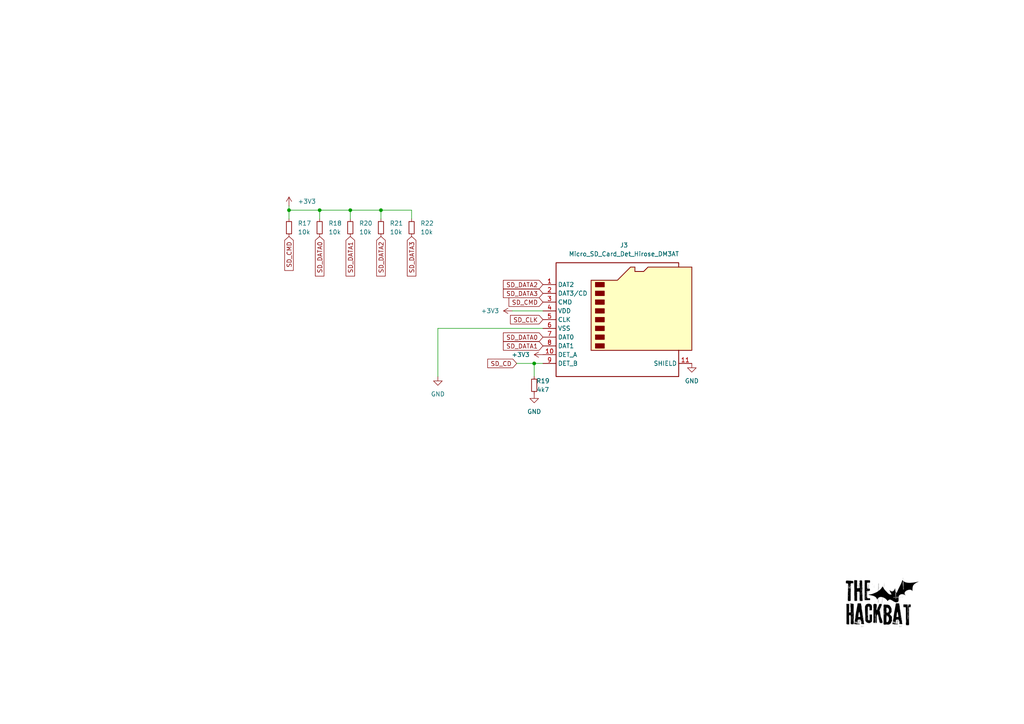
<source format=kicad_sch>
(kicad_sch (version 20231120) (generator "eeschema") (generator_version "8.0")
  (paper "A4")
  (title_block (title "Hackbat v1.0") (rev "1.0a") (company "The hackbat"))
  (lib_symbols
    (symbol "Connector:Micro_SD_Card_Det_Hirose_DM3AT"
      (property "Reference" "J" (at -16.51 17.78 0))
      (property "Value" "Micro_SD_Card_Det_Hirose_DM3AT" (at 16.51 17.78 0))
      (symbol "Micro_SD_Card_Det_Hirose_DM3AT_0_1"
        (rectangle (start -7.62 -6.985) (end -5.08 -8.255) (stroke (width 0.254)) (fill (type outline)))
        (rectangle (start -7.62 -4.445) (end -5.08 -5.715) (stroke (width 0.254)) (fill (type outline)))
        (rectangle (start -7.62 -1.905) (end -5.08 -3.175) (stroke (width 0.254)) (fill (type outline)))
        (rectangle (start -7.62 0.635) (end -5.08 -0.635) (stroke (width 0.254)) (fill (type outline)))
        (rectangle (start -7.62 3.175) (end -5.08 1.905) (stroke (width 0.254)) (fill (type outline)))
        (rectangle (start -7.62 5.715) (end -5.08 4.445) (stroke (width 0.254)) (fill (type outline)))
        (rectangle (start -7.62 8.255) (end -5.08 6.985) (stroke (width 0.254)) (fill (type outline)))
        (rectangle (start -7.62 10.795) (end -5.08 9.525) (stroke (width 0.254)) (fill (type outline)))
        (polyline (pts (xy 16.51 15.24) (xy 16.51 16.51) (xy -19.05 16.51) (xy -19.05 -16.51) (xy 16.51 -16.51) (xy 16.51 -8.89)) (stroke (width 0.254)))
        (polyline (pts (xy -8.89 -8.89) (xy -8.89 11.43) (xy -1.27 11.43) (xy 2.54 15.24) (xy 3.81 15.24) (xy 3.81 13.97) (xy 6.35 13.97) (xy 7.62 15.24) (xy 20.32 15.24) (xy 20.32 -8.89) (xy -8.89 -8.89)) (stroke (width 0.254)) (fill (type background)))
      )
      (symbol "Micro_SD_Card_Det_Hirose_DM3AT_1_1"
        (pin bidirectional line (at -22.86 10.16 0) (length 3.81) (name "DAT2") (number "1"))
        (pin passive line (at -22.86 -10.16 0) (length 3.81) (name "DET_A") (number "10"))
        (pin passive line (at 20.32 -12.7 180) (length 3.81) (name "SHIELD") (number "11"))
        (pin bidirectional line (at -22.86 7.62 0) (length 3.81) (name "DAT3/CD") (number "2"))
        (pin input line (at -22.86 5.08 0) (length 3.81) (name "CMD") (number "3"))
        (pin power_in line (at -22.86 2.54 0) (length 3.81) (name "VDD") (number "4"))
        (pin input line (at -22.86 0 0) (length 3.81) (name "CLK") (number "5"))
        (pin power_in line (at -22.86 -2.54 0) (length 3.81) (name "VSS") (number "6"))
        (pin bidirectional line (at -22.86 -5.08 0) (length 3.81) (name "DAT0") (number "7"))
        (pin bidirectional line (at -22.86 -7.62 0) (length 3.81) (name "DAT1") (number "8"))
        (pin passive line (at -22.86 -12.7 0) (length 3.81) (name "DET_B") (number "9"))
      )
    )
    (symbol "Device:R_Small" (pin_numbers hide) (pin_names (offset 0.254) hide)
      (property "Reference" "R" (at 0.762 0.508 0))
      (property "Value" "R_Small" (at 0.762 -1.016 0))
      (symbol "R_Small_0_1"
        (rectangle (start -0.762 1.778) (end 0.762 -1.778) (stroke (width 0.2032)))
      )
      (symbol "R_Small_1_1"
        (pin passive line (at 0 2.54 270) (length 0.762) (name "~") (number "1"))
        (pin passive line (at 0 -2.54 90) (length 0.762) (name "~") (number "2"))
      )
    )
    (symbol "power:+3V3" (power) (pin_names (offset 0))
      (property "Value" "+3V3" (at 0 3.556 0))
      (symbol "+3V3_0_1"
        (polyline (pts (xy -0.762 1.27) (xy 0 2.54)))
        (polyline (pts (xy 0 0) (xy 0 2.54)))
        (polyline (pts (xy 0 2.54) (xy 0.762 1.27)))
      )
      (symbol "+3V3_1_1"
        (pin power_in line (at 0 0 90) (length 0) hide (name "+3V3") (number "1"))
      )
    )
    (symbol "power:GND" (power) (pin_names (offset 0))
      (property "Value" "GND" (at 0 -3.81 0))
      (symbol "GND_0_1"
        (polyline (pts (xy 0 0) (xy 0 -1.27) (xy 1.27 -1.27) (xy 0 -2.54) (xy -1.27 -1.27) (xy 0 -1.27)))
      )
      (symbol "GND_1_1"
        (pin power_in line (at 0 0 270) (length 0) hide (name "GND") (number "1"))
      )
    )
  )
  (junction (at 92.71 60.96))
  (junction (at 101.6 60.96))
  (junction (at 154.94 105.41))
  (junction (at 110.49 60.96))
  (junction (at 83.82 60.96))
  (wire (pts (xy 83.82 63.5) (xy 83.82 60.96)))
  (wire (pts (xy 148.59 90.17) (xy 157.48 90.17)))
  (wire (pts (xy 92.71 60.96) (xy 92.71 63.5)))
  (wire (pts (xy 83.82 60.96) (xy 92.71 60.96)))
  (wire (pts (xy 110.49 60.96) (xy 119.38 60.96)))
  (wire (pts (xy 92.71 60.96) (xy 101.6 60.96)))
  (wire (pts (xy 154.94 105.41) (xy 154.94 109.22)))
  (wire (pts (xy 127 95.25) (xy 157.48 95.25)))
  (wire (pts (xy 101.6 60.96) (xy 110.49 60.96)))
  (wire (pts (xy 127 95.25) (xy 127 109.22)))
  (wire (pts (xy 157.48 105.41) (xy 154.94 105.41)))
  (wire (pts (xy 83.82 59.69) (xy 83.82 60.96)))
  (wire (pts (xy 110.49 60.96) (xy 110.49 63.5)))
  (wire (pts (xy 101.6 60.96) (xy 101.6 63.5)))
  (wire (pts (xy 149.86 105.41) (xy 154.94 105.41)))
  (wire (pts (xy 119.38 60.96) (xy 119.38 63.5)))
  (image (at 255.27 176.53) (scale 0.260229))
  (global_label "SD_CMD" (shape input) (at 83.82 68.58 270) (property "Intersheetrefs" "${INTERSHEET_REFS}" (effects (hide yes))))
  (global_label "SD_CD" (shape input) (at 149.86 105.41 180) (property "Intersheetrefs" "${INTERSHEET_REFS}" (effects (hide yes))))
  (global_label "SD_CMD" (shape input) (at 157.48 87.63 180) (property "Intersheetrefs" "${INTERSHEET_REFS}" (effects (hide yes))))
  (global_label "SD_DATA0" (shape input) (at 157.48 97.79 180) (property "Intersheetrefs" "${INTERSHEET_REFS}" (effects (hide yes))))
  (global_label "SD_DATA3" (shape input) (at 157.48 85.09 180) (property "Intersheetrefs" "${INTERSHEET_REFS}" (effects (hide yes))))
  (global_label "SD_DATA1" (shape input) (at 101.6 68.58 270) (property "Intersheetrefs" "${INTERSHEET_REFS}" (effects (hide yes))))
  (global_label "SD_DATA3" (shape input) (at 119.38 68.58 270) (property "Intersheetrefs" "${INTERSHEET_REFS}" (effects (hide yes))))
  (global_label "SD_DATA2" (shape input) (at 157.48 82.55 180) (property "Intersheetrefs" "${INTERSHEET_REFS}" (effects (hide yes))))
  (global_label "SD_DATA0" (shape input) (at 92.71 68.58 270) (property "Intersheetrefs" "${INTERSHEET_REFS}" (effects (hide yes))))
  (global_label "SD_DATA2" (shape input) (at 110.49 68.58 270) (property "Intersheetrefs" "${INTERSHEET_REFS}" (effects (hide yes))))
  (global_label "SD_DATA1" (shape input) (at 157.48 100.33 180) (property "Intersheetrefs" "${INTERSHEET_REFS}" (effects (hide yes))))
  (global_label "SD_CLK" (shape input) (at 157.48 92.71 180) (property "Intersheetrefs" "${INTERSHEET_REFS}" (effects (hide yes))))
  (symbol (lib_id "Device:R_Small") (at 119.38 66.04 0) (unit 1)
    (property "Reference" "R22" (at 121.92 64.7699 0) (effects (justify left)))
    (property "Value" "10k" (at 121.92 67.3099 0) (effects (justify left)))
    (property "Footprint" "Resistor_SMD:R_0402_1005Metric" (effects (hide yes)))
    (property "Description" "Resistor, small symbol" (effects (hide yes)))
  )
  (symbol (lib_id "Device:R_Small") (at 101.6 66.04 0) (unit 1)
    (property "Reference" "R20" (at 104.14 64.7699 0) (effects (justify left)))
    (property "Value" "10k" (at 104.14 67.3099 0) (effects (justify left)))
    (property "Footprint" "Resistor_SMD:R_0402_1005Metric" (effects (hide yes)))
    (property "Description" "Resistor, small symbol" (effects (hide yes)))
  )
  (symbol (lib_id "Connector:Micro_SD_Card_Det_Hirose_DM3AT") (at 180.34 92.71 0) (unit 1)
    (property "Reference" "J3" (at 180.975 71.12 0))
    (property "Value" "Micro_SD_Card_Det_Hirose_DM3AT" (at 180.975 73.66 0))
    (property "Footprint" "Connector_Card:microSD_HC_Hirose_DM3AT-SF-PEJM5" (effects (hide yes)))
    (property "Datasheet" "https://www.hirose.com/product/en/download_file/key_name/DM3/category/Catalog/doc_file_id/49662/?file_category_id=4&item_id=195&is_series=1" (effects (hide yes)))
    (property "JLCPCB Part #" "C114218" (effects (hide yes)))
  )
  (symbol (lib_id "power:+3V3") (at 148.59 90.17 90) (unit 1)
    (property "Reference" "#PWR044" (effects (hide yes)))
    (property "Value" "+3V3" (at 144.78 90.1699 90) (effects (justify left)))
  )
  (symbol (lib_id "Device:R_Small") (at 92.71 66.04 0) (unit 1)
    (property "Reference" "R18" (at 95.25 64.7699 0) (effects (justify left)))
    (property "Value" "10k" (at 95.25 67.3099 0) (effects (justify left)))
    (property "Footprint" "Resistor_SMD:R_0402_1005Metric" (effects (hide yes)))
    (property "Description" "Resistor, small symbol" (effects (hide yes)))
  )
  (symbol (lib_id "power:GND") (at 200.66 105.41 0) (unit 1)
    (property "Reference" "#PWR039" (effects (hide yes)))
    (property "Value" "GND" (at 200.66 110.49 0))
  )
  (symbol (lib_id "Device:R_Small") (at 83.82 66.04 0) (unit 1)
    (property "Reference" "R17" (at 86.36 64.7699 0) (effects (justify left)))
    (property "Value" "10k" (at 86.36 67.3099 0) (effects (justify left)))
    (property "Footprint" "Resistor_SMD:R_0402_1005Metric" (effects (hide yes)))
    (property "Description" "Resistor, small symbol" (effects (hide yes)))
  )
  (symbol (lib_id "Device:R_Small") (at 154.94 111.76 180) (unit 1)
    (property "Reference" "R19" (at 157.48 110.49 0))
    (property "Value" "4k7" (at 157.48 113.03 0))
    (property "Footprint" "Resistor_SMD:R_0603_1608Metric" (effects (hide yes)))
  )
  (symbol (lib_id "power:GND") (at 127 109.22 0) (unit 1)
    (property "Reference" "#PWR035" (effects (hide yes)))
    (property "Value" "GND" (at 127 114.3 0))
  )
  (symbol (lib_id "power:+3V3") (at 157.48 102.87 90) (unit 1)
    (property "Reference" "#PWR038" (effects (hide yes)))
    (property "Value" "+3V3" (at 153.67 102.87 90) (effects (justify left)))
  )
  (symbol (lib_id "Device:R_Small") (at 110.49 66.04 0) (unit 1)
    (property "Reference" "R21" (at 113.03 64.7699 0) (effects (justify left)))
    (property "Value" "10k" (at 113.03 67.3099 0) (effects (justify left)))
    (property "Footprint" "Resistor_SMD:R_0402_1005Metric" (effects (hide yes)))
    (property "Description" "Resistor, small symbol" (effects (hide yes)))
  )
  (symbol (lib_id "power:+3V3") (at 83.82 59.69 0) (unit 1)
    (property "Reference" "#PWR036" (effects (hide yes)))
    (property "Value" "+3V3" (at 86.36 58.4199 0) (effects (justify left)))
  )
  (symbol (lib_id "power:GND") (at 154.94 114.3 0) (unit 1)
    (property "Reference" "#PWR037" (effects (hide yes)))
    (property "Value" "GND" (at 154.94 119.38 0))
  )
)
</source>
